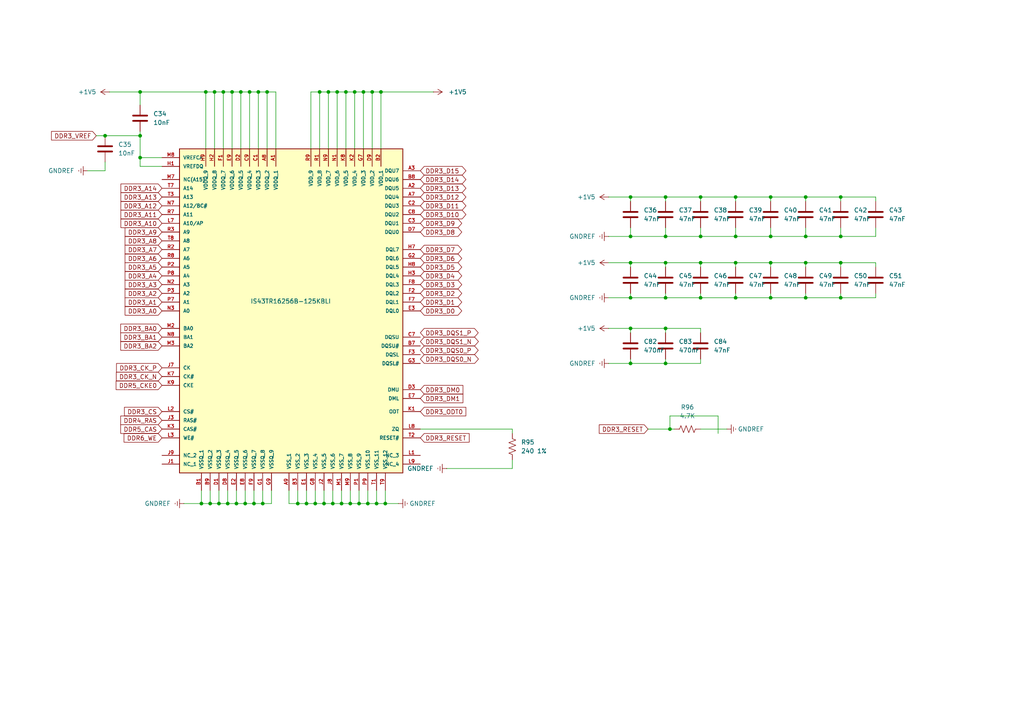
<source format=kicad_sch>
(kicad_sch (version 20231120) (generator "eeschema") (generator_version "8.0")
  (paper "A4")
  (lib_symbols
    (symbol "Device:C" (pin_numbers hide) (pin_names (offset 0.254))
      (property "Reference" "C" (at 0.635 2.54 0))
      (property "Value" "C" (at 0.635 -2.54 0))
      (symbol "C_0_1"
        (polyline (pts (xy -2.032 -0.762) (xy 2.032 -0.762)) (stroke (width 0.508)))
        (polyline (pts (xy -2.032 0.762) (xy 2.032 0.762)) (stroke (width 0.508)))
      )
      (symbol "C_1_1"
        (pin passive line (at 0 3.81 270) (length 2.794) (name "~") (number "1"))
        (pin passive line (at 0 -3.81 90) (length 2.794) (name "~") (number "2"))
      )
    )
    (symbol "Device:R_US" (pin_numbers hide) (pin_names (offset 0))
      (property "Reference" "R" (at 2.54 0 90))
      (property "Value" "R_US" (at -2.54 0 90))
      (symbol "R_US_0_1"
        (polyline (pts (xy 0 -2.286) (xy 0 -2.54)))
        (polyline (pts (xy 0 2.286) (xy 0 2.54)))
        (polyline (pts (xy 0 -0.762) (xy 1.016 -1.143) (xy 0 -1.524) (xy -1.016 -1.905) (xy 0 -2.286)))
        (polyline (pts (xy 0 0.762) (xy 1.016 0.381) (xy 0 0) (xy -1.016 -0.381) (xy 0 -0.762)))
        (polyline (pts (xy 0 2.286) (xy 1.016 1.905) (xy 0 1.524) (xy -1.016 1.143) (xy 0 0.762)))
      )
      (symbol "R_US_1_1"
        (pin passive line (at 0 3.81 270) (length 1.27) (name "~") (number "1"))
        (pin passive line (at 0 -3.81 90) (length 1.27) (name "~") (number "2"))
      )
    )
    (symbol "IS43TR16256B-125KBLI:IS43TR16256B-125KBLI" (pin_names (offset 1.016))
      (property "Reference" "IC1" (at 64.516 17.272 0))
      (property "Value" "IS43TR16256B-125KBLI" (at -2.032 -72.136 0))
      (symbol "IS43TR16256B-125KBLI_0_0"
        (rectangle (start -34.29 -27.94) (end 30.48 -121.92) (stroke (width 0.254)) (fill (type background)))
        (pin bidirectional line (at -6.35 -27.94 270) (length 5.08) (name "VDDQ_1") (number "A1"))
        (pin bidirectional line (at 35.56 -39.37 180) (length 5.08) (name "DQU5") (number "A2"))
        (pin bidirectional line (at 35.56 -34.29 180) (length 5.08) (name "DQU7") (number "A3"))
        (pin bidirectional line (at 35.56 -41.91 180) (length 5.08) (name "DQU4") (number "A7"))
        (pin bidirectional line (at -8.89 -27.94 270) (length 5.08) (name "VDDQ_2") (number "A8"))
        (pin bidirectional line (at -2.54 -127 90) (length 5.08) (name "VSS_1") (number "A9"))
        (pin bidirectional line (at -27.94 -127 90) (length 5.08) (name "VSSQ_1") (number "B1"))
        (pin bidirectional line (at 24.13 -27.94 270) (length 5.08) (name "VDD_1") (number "B2"))
        (pin bidirectional line (at 0 -127 90) (length 5.08) (name "VSS_2") (number "B3"))
        (pin bidirectional line (at 35.56 -85.09 180) (length 5.08) (name "DQSU#") (number "B7"))
        (pin bidirectional line (at 35.56 -36.83 180) (length 5.08) (name "DQU6") (number "B8"))
        (pin bidirectional line (at -25.4 -127 90) (length 5.08) (name "VSSQ_2") (number "B9"))
        (pin bidirectional line (at -11.43 -27.94 270) (length 5.08) (name "VDDQ_3") (number "C1"))
        (pin bidirectional line (at 35.56 -44.45 180) (length 5.08) (name "DQU3") (number "C2"))
        (pin bidirectional line (at 35.56 -49.53 180) (length 5.08) (name "DQU1") (number "C3"))
        (pin bidirectional line (at 35.56 -82.55 180) (length 5.08) (name "DQSU") (number "C7"))
        (pin bidirectional line (at 35.56 -46.99 180) (length 5.08) (name "DQU2") (number "C8"))
        (pin bidirectional line (at -13.97 -27.94 270) (length 5.08) (name "VDDQ_4") (number "C9"))
        (pin bidirectional line (at -22.86 -127 90) (length 5.08) (name "VSSQ_3") (number "D1"))
        (pin bidirectional line (at -16.51 -27.94 270) (length 5.08) (name "VDDQ_5") (number "D2"))
        (pin bidirectional line (at 35.56 -97.79 180) (length 5.08) (name "DMU") (number "D3"))
        (pin bidirectional line (at 35.56 -52.07 180) (length 5.08) (name "DQU0") (number "D7"))
        (pin bidirectional line (at -20.32 -127 90) (length 5.08) (name "VSSQ_4") (number "D8"))
        (pin bidirectional line (at 21.59 -27.94 270) (length 5.08) (name "VDD_2") (number "D9"))
        (pin bidirectional line (at 2.54 -127 90) (length 5.08) (name "VSS_3") (number "E1"))
        (pin bidirectional line (at -17.78 -127 90) (length 5.08) (name "VSSQ_5") (number "E2"))
        (pin bidirectional line (at 35.56 -74.93 180) (length 5.08) (name "DQL0") (number "E3"))
        (pin bidirectional line (at 35.56 -100.33 180) (length 5.08) (name "DML") (number "E7"))
        (pin bidirectional line (at -15.24 -127 90) (length 5.08) (name "VSSQ_6") (number "E8"))
        (pin bidirectional line (at -19.05 -27.94 270) (length 5.08) (name "VDDQ_6") (number "E9"))
        (pin bidirectional line (at -21.59 -27.94 270) (length 5.08) (name "VDDQ_7") (number "F1"))
        (pin bidirectional line (at 35.56 -69.85 180) (length 5.08) (name "DQL2") (number "F2"))
        (pin bidirectional line (at 35.56 -87.63 180) (length 5.08) (name "DQSL") (number "F3"))
        (pin bidirectional line (at 35.56 -72.39 180) (length 5.08) (name "DQL1") (number "F7"))
        (pin bidirectional line (at 35.56 -67.31 180) (length 5.08) (name "DQL3") (number "F8"))
        (pin bidirectional line (at -12.7 -127 90) (length 5.08) (name "VSSQ_7") (number "F9"))
        (pin bidirectional line (at -10.16 -127 90) (length 5.08) (name "VSSQ_8") (number "G1"))
        (pin bidirectional line (at 35.56 -59.69 180) (length 5.08) (name "DQL6") (number "G2"))
        (pin bidirectional line (at 35.56 -90.17 180) (length 5.08) (name "DQSL#") (number "G3"))
        (pin bidirectional line (at 19.05 -27.94 270) (length 5.08) (name "VDD_3") (number "G7"))
        (pin bidirectional line (at 5.08 -127 90) (length 5.08) (name "VSS_4") (number "G8"))
        (pin bidirectional line (at -7.62 -127 90) (length 5.08) (name "VSSQ_9") (number "G9"))
        (pin bidirectional line (at -39.37 -33.02 0) (length 5.08) (name "VREFDQ") (number "H1"))
        (pin bidirectional line (at -24.13 -27.94 270) (length 5.08) (name "VDDQ_8") (number "H2"))
        (pin bidirectional line (at 35.56 -64.77 180) (length 5.08) (name "DQL4") (number "H3"))
        (pin bidirectional line (at 35.56 -57.15 180) (length 5.08) (name "DQL7") (number "H7"))
        (pin bidirectional line (at 35.56 -62.23 180) (length 5.08) (name "DQL5") (number "H8"))
        (pin bidirectional line (at -26.67 -27.94 270) (length 5.08) (name "VDDQ_9") (number "H9"))
        (pin bidirectional line (at -39.37 -119.38 0) (length 5.08) (name "NC_1") (number "J1"))
        (pin bidirectional line (at 7.62 -127 90) (length 5.08) (name "VSS_5") (number "J2"))
        (pin bidirectional line (at -39.37 -106.68 0) (length 5.08) (name "RAS#") (number "J3"))
        (pin bidirectional line (at -39.37 -91.44 0) (length 5.08) (name "CK") (number "J7"))
        (pin bidirectional line (at 10.16 -127 90) (length 5.08) (name "VSS_6") (number "J8"))
        (pin bidirectional line (at -39.37 -116.84 0) (length 5.08) (name "NC_2") (number "J9"))
        (pin bidirectional line (at 35.56 -104.14 180) (length 5.08) (name "ODT") (number "K1"))
        (pin bidirectional line (at 16.51 -27.94 270) (length 5.08) (name "VDD_4") (number "K2"))
        (pin bidirectional line (at -39.37 -109.22 0) (length 5.08) (name "CAS#") (number "K3"))
        (pin bidirectional line (at -39.37 -93.98 0) (length 5.08) (name "CK#") (number "K7"))
        (pin bidirectional line (at 13.97 -27.94 270) (length 5.08) (name "VDD_5") (number "K8"))
        (pin bidirectional line (at -39.37 -96.52 0) (length 5.08) (name "CKE") (number "K9"))
        (pin bidirectional line (at 35.56 -116.84 180) (length 5.08) (name "NC_3") (number "L1"))
        (pin bidirectional line (at -39.37 -104.14 0) (length 5.08) (name "CS#") (number "L2"))
        (pin bidirectional line (at -39.37 -111.76 0) (length 5.08) (name "WE#") (number "L3"))
        (pin bidirectional line (at -39.37 -49.53 0) (length 5.08) (name "A10/AP") (number "L7"))
        (pin bidirectional line (at 35.56 -109.22 180) (length 5.08) (name "ZQ") (number "L8"))
        (pin bidirectional line (at 35.56 -119.38 180) (length 5.08) (name "NC_4") (number "L9"))
        (pin bidirectional line (at 12.7 -127 90) (length 5.08) (name "VSS_7") (number "M1"))
        (pin bidirectional line (at -39.37 -80.01 0) (length 5.08) (name "BA0") (number "M2"))
        (pin bidirectional line (at -39.37 -85.09 0) (length 5.08) (name "BA2") (number "M3"))
        (pin bidirectional line (at -39.37 -36.83 0) (length 5.08) (name "NC(A15)") (number "M7"))
        (pin bidirectional line (at -39.37 -30.48 0) (length 5.08) (name "VREFCA") (number "M8"))
        (pin bidirectional line (at 15.24 -127 90) (length 5.08) (name "VSS_8") (number "M9"))
        (pin bidirectional line (at 11.43 -27.94 270) (length 5.08) (name "VDD_6") (number "N1"))
        (pin bidirectional line (at -39.37 -67.31 0) (length 5.08) (name "A3") (number "N2"))
        (pin bidirectional line (at -39.37 -74.93 0) (length 5.08) (name "A0") (number "N3"))
        (pin bidirectional line (at -39.37 -44.45 0) (length 5.08) (name "A12/BC#") (number "N7"))
        (pin bidirectional line (at -39.37 -82.55 0) (length 5.08) (name "BA1") (number "N8"))
        (pin bidirectional line (at 8.89 -27.94 270) (length 5.08) (name "VDD_7") (number "N9"))
        (pin bidirectional line (at 17.78 -127 90) (length 5.08) (name "VSS_9") (number "P1"))
        (pin bidirectional line (at -39.37 -62.23 0) (length 5.08) (name "A5") (number "P2"))
        (pin bidirectional line (at -39.37 -69.85 0) (length 5.08) (name "A2") (number "P3"))
        (pin bidirectional line (at -39.37 -72.39 0) (length 5.08) (name "A1") (number "P7"))
        (pin bidirectional line (at -39.37 -64.77 0) (length 5.08) (name "A4") (number "P8"))
        (pin bidirectional line (at 20.32 -127 90) (length 5.08) (name "VSS_10") (number "P9"))
        (pin bidirectional line (at 6.35 -27.94 270) (length 5.08) (name "VDD_8") (number "R1"))
        (pin bidirectional line (at -39.37 -57.15 0) (length 5.08) (name "A7") (number "R2"))
        (pin bidirectional line (at -39.37 -52.07 0) (length 5.08) (name "A9") (number "R3"))
        (pin bidirectional line (at -39.37 -46.99 0) (length 5.08) (name "A11") (number "R7"))
        (pin bidirectional line (at -39.37 -59.69 0) (length 5.08) (name "A6") (number "R8"))
        (pin bidirectional line (at 3.81 -27.94 270) (length 5.08) (name "VDD_9") (number "R9"))
        (pin bidirectional line (at 22.86 -127 90) (length 5.08) (name "VSS_11") (number "T1"))
        (pin bidirectional line (at 35.56 -111.76 180) (length 5.08) (name "RESET#") (number "T2"))
        (pin bidirectional line (at -39.37 -41.91 0) (length 5.08) (name "A13") (number "T3"))
        (pin bidirectional line (at -39.37 -39.37 0) (length 5.08) (name "A14") (number "T7"))
        (pin bidirectional line (at -39.37 -54.61 0) (length 5.08) (name "A8") (number "T8"))
        (pin bidirectional line (at 25.4 -127 90) (length 5.08) (name "VSS_12") (number "T9"))
      )
    )
    (symbol "power:+1V5" (power) (pin_numbers hide) (pin_names (offset 0) hide)
      (property "Value" "+1V5" (at 0 3.556 0))
      (symbol "+1V5_0_1"
        (polyline (pts (xy -0.762 1.27) (xy 0 2.54)))
        (polyline (pts (xy 0 0) (xy 0 2.54)))
        (polyline (pts (xy 0 2.54) (xy 0.762 1.27)))
      )
      (symbol "+1V5_1_1"
        (pin power_in line (at 0 0 90) (length 0) (name "~") (number "1"))
      )
    )
    (symbol "power:GNDREF" (power) (pin_numbers hide) (pin_names (offset 0) hide)
      (property "Value" "GNDREF" (at 0 -3.81 0))
      (symbol "GNDREF_0_1"
        (polyline (pts (xy -0.635 -1.905) (xy 0.635 -1.905)))
        (polyline (pts (xy -0.127 -2.54) (xy 0.127 -2.54)))
        (polyline (pts (xy 0 -1.27) (xy 0 0)))
        (polyline (pts (xy 1.27 -1.27) (xy -1.27 -1.27)))
      )
      (symbol "GNDREF_1_1"
        (pin power_in line (at 0 0 270) (length 0) (name "~") (number "1"))
      )
    )
  )
  (junction (at 233.68 57.15))
  (junction (at 102.87 26.67))
  (junction (at 182.88 57.15))
  (junction (at 72.39 26.67))
  (junction (at 193.04 95.25))
  (junction (at 71.12 146.05))
  (junction (at 203.2 76.2))
  (junction (at 223.52 76.2))
  (junction (at 93.98 146.05))
  (junction (at 107.95 26.67))
  (junction (at 97.79 26.67))
  (junction (at 106.68 146.05))
  (junction (at 96.52 146.05))
  (junction (at 86.36 146.05))
  (junction (at 193.04 57.15))
  (junction (at 243.84 86.36))
  (junction (at 223.52 57.15))
  (junction (at 233.68 76.2))
  (junction (at 104.14 146.05))
  (junction (at 77.47 26.67))
  (junction (at 223.52 86.36))
  (junction (at 60.96 146.05))
  (junction (at 91.44 146.05))
  (junction (at 74.93 26.67))
  (junction (at 69.85 26.67))
  (junction (at 223.52 68.58))
  (junction (at 40.64 39.37))
  (junction (at 105.41 26.67))
  (junction (at 203.2 86.36))
  (junction (at 67.31 26.67))
  (junction (at 213.36 86.36))
  (junction (at 182.88 86.36))
  (junction (at 213.36 57.15))
  (junction (at 233.68 68.58))
  (junction (at 62.23 26.67))
  (junction (at 111.76 146.05))
  (junction (at 101.6 146.05))
  (junction (at 40.64 45.72))
  (junction (at 99.06 146.05))
  (junction (at 213.36 76.2))
  (junction (at 63.5 146.05))
  (junction (at 182.88 76.2))
  (junction (at 182.88 105.41))
  (junction (at 213.36 68.58))
  (junction (at 203.2 57.15))
  (junction (at 193.04 86.36))
  (junction (at 193.04 105.41))
  (junction (at 40.64 26.67))
  (junction (at 243.84 76.2))
  (junction (at 95.25 26.67))
  (junction (at 110.49 26.67))
  (junction (at 76.2 146.05))
  (junction (at 100.33 26.67))
  (junction (at 243.84 68.58))
  (junction (at 64.77 26.67))
  (junction (at 109.22 146.05))
  (junction (at 58.42 146.05))
  (junction (at 59.69 26.67))
  (junction (at 73.66 146.05))
  (junction (at 243.84 57.15))
  (junction (at 30.48 39.37))
  (junction (at 182.88 68.58))
  (junction (at 194.31 124.46))
  (junction (at 92.71 26.67))
  (junction (at 203.2 68.58))
  (junction (at 88.9 146.05))
  (junction (at 66.04 146.05))
  (junction (at 233.68 86.36))
  (junction (at 193.04 76.2))
  (junction (at 68.58 146.05))
  (junction (at 182.88 95.25))
  (junction (at 193.04 68.58))
  (wire (pts (xy 243.84 58.42) (xy 243.84 57.15)))
  (wire (pts (xy 213.36 77.47) (xy 213.36 76.2)))
  (wire (pts (xy 203.2 68.58) (xy 213.36 68.58)))
  (wire (pts (xy 66.04 146.05) (xy 68.58 146.05)))
  (wire (pts (xy 77.47 26.67) (xy 77.47 43.18)))
  (wire (pts (xy 59.69 26.67) (xy 40.64 26.67)))
  (wire (pts (xy 176.53 76.2) (xy 182.88 76.2)))
  (wire (pts (xy 25.4 49.53) (xy 30.48 49.53)))
  (wire (pts (xy 105.41 26.67) (xy 107.95 26.67)))
  (wire (pts (xy 92.71 26.67) (xy 95.25 26.67)))
  (wire (pts (xy 30.48 49.53) (xy 30.48 46.99)))
  (wire (pts (xy 69.85 26.67) (xy 69.85 43.18)))
  (wire (pts (xy 40.64 39.37) (xy 40.64 45.72)))
  (wire (pts (xy 193.04 86.36) (xy 203.2 86.36)))
  (wire (pts (xy 243.84 85.09) (xy 243.84 86.36)))
  (wire (pts (xy 129.54 135.89) (xy 148.59 135.89)))
  (wire (pts (xy 194.31 124.46) (xy 195.58 124.46)))
  (wire (pts (xy 193.04 85.09) (xy 193.04 86.36)))
  (wire (pts (xy 92.71 26.67) (xy 92.71 43.18)))
  (wire (pts (xy 80.01 26.67) (xy 80.01 43.18)))
  (wire (pts (xy 106.68 142.24) (xy 106.68 146.05)))
  (wire (pts (xy 193.04 66.04) (xy 193.04 68.58)))
  (wire (pts (xy 91.44 142.24) (xy 91.44 146.05)))
  (wire (pts (xy 66.04 142.24) (xy 66.04 146.05)))
  (wire (pts (xy 193.04 57.15) (xy 203.2 57.15)))
  (wire (pts (xy 203.2 85.09) (xy 203.2 86.36)))
  (wire (pts (xy 69.85 26.67) (xy 72.39 26.67)))
  (wire (pts (xy 243.84 76.2) (xy 233.68 76.2)))
  (wire (pts (xy 121.92 124.46) (xy 148.59 124.46)))
  (wire (pts (xy 243.84 68.58) (xy 233.68 68.58)))
  (wire (pts (xy 208.28 120.65) (xy 194.31 120.65)))
  (wire (pts (xy 102.87 26.67) (xy 105.41 26.67)))
  (wire (pts (xy 182.88 66.04) (xy 182.88 68.58)))
  (wire (pts (xy 208.28 120.65) (xy 208.28 125.73)))
  (wire (pts (xy 182.88 105.41) (xy 176.53 105.41)))
  (wire (pts (xy 193.04 57.15) (xy 182.88 57.15)))
  (wire (pts (xy 86.36 146.05) (xy 88.9 146.05)))
  (wire (pts (xy 63.5 142.24) (xy 63.5 146.05)))
  (wire (pts (xy 99.06 146.05) (xy 101.6 146.05)))
  (wire (pts (xy 104.14 146.05) (xy 106.68 146.05)))
  (wire (pts (xy 193.04 86.36) (xy 182.88 86.36)))
  (wire (pts (xy 203.2 86.36) (xy 213.36 86.36)))
  (wire (pts (xy 176.53 57.15) (xy 182.88 57.15)))
  (wire (pts (xy 63.5 146.05) (xy 60.96 146.05)))
  (wire (pts (xy 254 76.2) (xy 243.84 76.2)))
  (wire (pts (xy 74.93 26.67) (xy 72.39 26.67)))
  (wire (pts (xy 233.68 66.04) (xy 233.68 68.58)))
  (wire (pts (xy 67.31 26.67) (xy 67.31 43.18)))
  (wire (pts (xy 71.12 146.05) (xy 73.66 146.05)))
  (wire (pts (xy 182.88 96.52) (xy 182.88 95.25)))
  (wire (pts (xy 96.52 142.24) (xy 96.52 146.05)))
  (wire (pts (xy 193.04 58.42) (xy 193.04 57.15)))
  (wire (pts (xy 96.52 146.05) (xy 99.06 146.05)))
  (wire (pts (xy 100.33 26.67) (xy 102.87 26.67)))
  (wire (pts (xy 203.2 124.46) (xy 210.82 124.46)))
  (wire (pts (xy 233.68 58.42) (xy 233.68 57.15)))
  (wire (pts (xy 176.53 68.58) (xy 182.88 68.58)))
  (wire (pts (xy 243.84 77.47) (xy 243.84 76.2)))
  (wire (pts (xy 203.2 104.14) (xy 203.2 105.41)))
  (wire (pts (xy 193.04 95.25) (xy 203.2 95.25)))
  (wire (pts (xy 109.22 142.24) (xy 109.22 146.05)))
  (wire (pts (xy 193.04 95.25) (xy 182.88 95.25)))
  (wire (pts (xy 110.49 26.67) (xy 110.49 43.18)))
  (wire (pts (xy 40.64 48.26) (xy 40.64 45.72)))
  (wire (pts (xy 77.47 26.67) (xy 74.93 26.67)))
  (wire (pts (xy 176.53 86.36) (xy 182.88 86.36)))
  (wire (pts (xy 102.87 26.67) (xy 102.87 43.18)))
  (wire (pts (xy 83.82 146.05) (xy 86.36 146.05)))
  (wire (pts (xy 254 66.04) (xy 254 68.58)))
  (wire (pts (xy 233.68 77.47) (xy 233.68 76.2)))
  (wire (pts (xy 182.88 76.2) (xy 193.04 76.2)))
  (wire (pts (xy 78.74 146.05) (xy 76.2 146.05)))
  (wire (pts (xy 194.31 120.65) (xy 194.31 124.46)))
  (wire (pts (xy 213.36 66.04) (xy 213.36 68.58)))
  (wire (pts (xy 182.88 85.09) (xy 182.88 86.36)))
  (wire (pts (xy 203.2 57.15) (xy 213.36 57.15)))
  (wire (pts (xy 233.68 57.15) (xy 243.84 57.15)))
  (wire (pts (xy 100.33 26.67) (xy 100.33 43.18)))
  (wire (pts (xy 203.2 77.47) (xy 203.2 76.2)))
  (wire (pts (xy 213.36 57.15) (xy 223.52 57.15)))
  (wire (pts (xy 213.36 68.58) (xy 223.52 68.58)))
  (wire (pts (xy 67.31 26.67) (xy 69.85 26.67)))
  (wire (pts (xy 53.34 146.05) (xy 58.42 146.05)))
  (wire (pts (xy 78.74 142.24) (xy 78.74 146.05)))
  (wire (pts (xy 74.93 26.67) (xy 74.93 43.18)))
  (wire (pts (xy 83.82 142.24) (xy 83.82 146.05)))
  (wire (pts (xy 72.39 26.67) (xy 72.39 43.18)))
  (wire (pts (xy 60.96 142.24) (xy 60.96 146.05)))
  (wire (pts (xy 109.22 146.05) (xy 111.76 146.05)))
  (wire (pts (xy 148.59 125.73) (xy 148.59 124.46)))
  (wire (pts (xy 233.68 57.15) (xy 223.52 57.15)))
  (wire (pts (xy 193.04 68.58) (xy 203.2 68.58)))
  (wire (pts (xy 254 86.36) (xy 243.84 86.36)))
  (wire (pts (xy 105.41 26.67) (xy 105.41 43.18)))
  (wire (pts (xy 106.68 146.05) (xy 109.22 146.05)))
  (wire (pts (xy 63.5 146.05) (xy 66.04 146.05)))
  (wire (pts (xy 111.76 146.05) (xy 115.57 146.05)))
  (wire (pts (xy 27.94 39.37) (xy 30.48 39.37)))
  (wire (pts (xy 254 58.42) (xy 254 57.15)))
  (wire (pts (xy 182.88 95.25) (xy 176.53 95.25)))
  (wire (pts (xy 193.04 96.52) (xy 193.04 95.25)))
  (wire (pts (xy 233.68 76.2) (xy 223.52 76.2)))
  (wire (pts (xy 40.64 26.67) (xy 40.64 30.48)))
  (wire (pts (xy 40.64 45.72) (xy 46.99 45.72)))
  (wire (pts (xy 223.52 58.42) (xy 223.52 57.15)))
  (wire (pts (xy 90.17 26.67) (xy 92.71 26.67)))
  (wire (pts (xy 86.36 142.24) (xy 86.36 146.05)))
  (wire (pts (xy 58.42 146.05) (xy 58.42 142.24)))
  (wire (pts (xy 95.25 26.67) (xy 97.79 26.67)))
  (wire (pts (xy 93.98 142.24) (xy 93.98 146.05)))
  (wire (pts (xy 223.52 66.04) (xy 223.52 68.58)))
  (wire (pts (xy 93.98 146.05) (xy 96.52 146.05)))
  (wire (pts (xy 76.2 146.05) (xy 73.66 146.05)))
  (wire (pts (xy 101.6 142.24) (xy 101.6 146.05)))
  (wire (pts (xy 90.17 26.67) (xy 90.17 43.18)))
  (wire (pts (xy 71.12 142.24) (xy 71.12 146.05)))
  (wire (pts (xy 62.23 26.67) (xy 59.69 26.67)))
  (wire (pts (xy 68.58 146.05) (xy 71.12 146.05)))
  (wire (pts (xy 223.52 76.2) (xy 213.36 76.2)))
  (wire (pts (xy 107.95 26.67) (xy 107.95 43.18)))
  (wire (pts (xy 68.58 142.24) (xy 68.58 146.05)))
  (wire (pts (xy 203.2 58.42) (xy 203.2 57.15)))
  (wire (pts (xy 213.36 86.36) (xy 223.52 86.36)))
  (wire (pts (xy 97.79 26.67) (xy 97.79 43.18)))
  (wire (pts (xy 203.2 76.2) (xy 213.36 76.2)))
  (wire (pts (xy 107.95 26.67) (xy 110.49 26.67)))
  (wire (pts (xy 223.52 86.36) (xy 233.68 86.36)))
  (wire (pts (xy 254 85.09) (xy 254 86.36)))
  (wire (pts (xy 213.36 85.09) (xy 213.36 86.36)))
  (wire (pts (xy 104.14 142.24) (xy 104.14 146.05)))
  (wire (pts (xy 233.68 68.58) (xy 223.52 68.58)))
  (wire (pts (xy 203.2 96.52) (xy 203.2 95.25)))
  (wire (pts (xy 99.06 142.24) (xy 99.06 146.05)))
  (wire (pts (xy 254 68.58) (xy 243.84 68.58)))
  (wire (pts (xy 91.44 146.05) (xy 93.98 146.05)))
  (wire (pts (xy 111.76 142.24) (xy 111.76 146.05)))
  (wire (pts (xy 30.48 39.37) (xy 40.64 39.37)))
  (wire (pts (xy 64.77 26.67) (xy 62.23 26.67)))
  (wire (pts (xy 97.79 26.67) (xy 100.33 26.67)))
  (wire (pts (xy 60.96 146.05) (xy 58.42 146.05)))
  (wire (pts (xy 59.69 26.67) (xy 59.69 43.18)))
  (wire (pts (xy 64.77 26.67) (xy 64.77 43.18)))
  (wire (pts (xy 40.64 38.1) (xy 40.64 39.37)))
  (wire (pts (xy 233.68 85.09) (xy 233.68 86.36)))
  (wire (pts (xy 193.04 77.47) (xy 193.04 76.2)))
  (wire (pts (xy 203.2 66.04) (xy 203.2 68.58)))
  (wire (pts (xy 187.96 124.46) (xy 194.31 124.46)))
  (wire (pts (xy 101.6 146.05) (xy 104.14 146.05)))
  (wire (pts (xy 243.84 86.36) (xy 233.68 86.36)))
  (wire (pts (xy 223.52 85.09) (xy 223.52 86.36)))
  (wire (pts (xy 182.88 57.15) (xy 182.88 58.42)))
  (wire (pts (xy 203.2 105.41) (xy 193.04 105.41)))
  (wire (pts (xy 243.84 57.15) (xy 254 57.15)))
  (wire (pts (xy 254 77.47) (xy 254 76.2)))
  (wire (pts (xy 223.52 77.47) (xy 223.52 76.2)))
  (wire (pts (xy 193.04 104.14) (xy 193.04 105.41)))
  (wire (pts (xy 62.23 26.67) (xy 62.23 43.18)))
  (wire (pts (xy 46.99 48.26) (xy 40.64 48.26)))
  (wire (pts (xy 95.25 26.67) (xy 95.25 43.18)))
  (wire (pts (xy 193.04 76.2) (xy 203.2 76.2)))
  (wire (pts (xy 110.49 26.67) (xy 125.73 26.67)))
  (wire (pts (xy 243.84 66.04) (xy 243.84 68.58)))
  (wire (pts (xy 73.66 142.24) (xy 73.66 146.05)))
  (wire (pts (xy 193.04 68.58) (xy 182.88 68.58)))
  (wire (pts (xy 80.01 26.67) (xy 77.47 26.67)))
  (wire (pts (xy 88.9 142.24) (xy 88.9 146.05)))
  (wire (pts (xy 182.88 104.14) (xy 182.88 105.41)))
  (wire (pts (xy 182.88 105.41) (xy 193.04 105.41)))
  (wire (pts (xy 76.2 142.24) (xy 76.2 146.05)))
  (wire (pts (xy 67.31 26.67) (xy 64.77 26.67)))
  (wire (pts (xy 182.88 77.47) (xy 182.88 76.2)))
  (wire (pts (xy 88.9 146.05) (xy 91.44 146.05)))
  (wire (pts (xy 213.36 58.42) (xy 213.36 57.15)))
  (wire (pts (xy 148.59 135.89) (xy 148.59 133.35)))
  (wire (pts (xy 40.64 26.67) (xy 31.75 26.67)))
  (global_label "DDR3_D12" (shape bidirectional) (at 121.92 57.15 0) (property "Intersheetrefs" "${INTERSHEET_REFS}" (effects (hide yes))))
  (global_label "DDR3_BA2" (shape input) (at 46.99 100.33 180) (property "Intersheetrefs" "${INTERSHEET_REFS}" (effects (hide yes))))
  (global_label "DDR3_A4" (shape input) (at 46.99 80.01 180) (property "Intersheetrefs" "${INTERSHEET_REFS}" (effects (hide yes))))
  (global_label "DDR3_D10" (shape bidirectional) (at 121.92 62.23 0) (property "Intersheetrefs" "${INTERSHEET_REFS}" (effects (hide yes))))
  (global_label "DDR3_BA1" (shape input) (at 46.99 97.79 180) (property "Intersheetrefs" "${INTERSHEET_REFS}" (effects (hide yes))))
  (global_label "DDR3_CS" (shape input) (at 46.99 119.38 180) (property "Intersheetrefs" "${INTERSHEET_REFS}" (effects (hide yes))))
  (global_label "DDR3_D1" (shape bidirectional) (at 121.92 87.63 0) (property "Intersheetrefs" "${INTERSHEET_REFS}" (effects (hide yes))))
  (global_label "DDR3_RESET" (shape input) (at 121.92 127 0) (property "Intersheetrefs" "${INTERSHEET_REFS}" (effects (hide yes))))
  (global_label "DDR3_A2" (shape input) (at 46.99 85.09 180) (property "Intersheetrefs" "${INTERSHEET_REFS}" (effects (hide yes))))
  (global_label "DDR3_DM0" (shape input) (at 121.92 113.03 0) (property "Intersheetrefs" "${INTERSHEET_REFS}" (effects (hide yes))))
  (global_label "DDR3_D2" (shape bidirectional) (at 121.92 85.09 0) (property "Intersheetrefs" "${INTERSHEET_REFS}" (effects (hide yes))))
  (global_label "DDR6_WE" (shape input) (at 46.99 127 180) (property "Intersheetrefs" "${INTERSHEET_REFS}" (effects (hide yes))))
  (global_label "DDR3_A6" (shape input) (at 46.99 74.93 180) (property "Intersheetrefs" "${INTERSHEET_REFS}" (effects (hide yes))))
  (global_label "DDR3_DQS1_P" (shape bidirectional) (at 121.92 96.52 0) (property "Intersheetrefs" "${INTERSHEET_REFS}" (effects (hide yes))))
  (global_label "DDR3_A13" (shape input) (at 46.99 57.15 180) (property "Intersheetrefs" "${INTERSHEET_REFS}" (effects (hide yes))))
  (global_label "DDR3_A8" (shape input) (at 46.99 69.85 180) (property "Intersheetrefs" "${INTERSHEET_REFS}" (effects (hide yes))))
  (global_label "DDR3_A11" (shape input) (at 46.99 62.23 180) (property "Intersheetrefs" "${INTERSHEET_REFS}" (effects (hide yes))))
  (global_label "DDR3_A5" (shape input) (at 46.99 77.47 180) (property "Intersheetrefs" "${INTERSHEET_REFS}" (effects (hide yes))))
  (global_label "DDR3_A7" (shape input) (at 46.99 72.39 180) (property "Intersheetrefs" "${INTERSHEET_REFS}" (effects (hide yes))))
  (global_label "DDR3_A14" (shape input) (at 46.99 54.61 180) (property "Intersheetrefs" "${INTERSHEET_REFS}" (effects (hide yes))))
  (global_label "DDR3_DQS0_N" (shape bidirectional) (at 121.92 104.14 0) (property "Intersheetrefs" "${INTERSHEET_REFS}" (effects (hide yes))))
  (global_label "DDR3_D9" (shape bidirectional) (at 121.92 64.77 0) (property "Intersheetrefs" "${INTERSHEET_REFS}" (effects (hide yes))))
  (global_label "DDR3_D14" (shape bidirectional) (at 121.92 52.07 0) (property "Intersheetrefs" "${INTERSHEET_REFS}" (effects (hide yes))))
  (global_label "DDR3_D0" (shape bidirectional) (at 121.92 90.17 0) (property "Intersheetrefs" "${INTERSHEET_REFS}" (effects (hide yes))))
  (global_label "DDR3_D13" (shape bidirectional) (at 121.92 54.61 0) (property "Intersheetrefs" "${INTERSHEET_REFS}" (effects (hide yes))))
  (global_label "DDR3_DQS0_P" (shape bidirectional) (at 121.92 101.6 0) (property "Intersheetrefs" "${INTERSHEET_REFS}" (effects (hide yes))))
  (global_label "DDR3_DQS1_N" (shape bidirectional) (at 121.92 99.06 0) (property "Intersheetrefs" "${INTERSHEET_REFS}" (effects (hide yes))))
  (global_label "DDR3_A12" (shape input) (at 46.99 59.69 180) (property "Intersheetrefs" "${INTERSHEET_REFS}" (effects (hide yes))))
  (global_label "DDR3_D6" (shape bidirectional) (at 121.92 74.93 0) (property "Intersheetrefs" "${INTERSHEET_REFS}" (effects (hide yes))))
  (global_label "DDR3_A3" (shape input) (at 46.99 82.55 180) (property "Intersheetrefs" "${INTERSHEET_REFS}" (effects (hide yes))))
  (global_label "DDR3_D4" (shape bidirectional) (at 121.92 80.01 0) (property "Intersheetrefs" "${INTERSHEET_REFS}" (effects (hide yes))))
  (global_label "DDR3_D3" (shape bidirectional) (at 121.92 82.55 0) (property "Intersheetrefs" "${INTERSHEET_REFS}" (effects (hide yes))))
  (global_label "DDR3_D5" (shape bidirectional) (at 121.92 77.47 0) (property "Intersheetrefs" "${INTERSHEET_REFS}" (effects (hide yes))))
  (global_label "DDR5_CKE0" (shape input) (at 46.99 111.76 180) (property "Intersheetrefs" "${INTERSHEET_REFS}" (effects (hide yes))))
  (global_label "DDR3_CK_N" (shape input) (at 46.99 109.22 180) (property "Intersheetrefs" "${INTERSHEET_REFS}" (effects (hide yes))))
  (global_label "DDR3_DM1" (shape input) (at 121.92 115.57 0) (property "Intersheetrefs" "${INTERSHEET_REFS}" (effects (hide yes))))
  (global_label "DDR4_RAS" (shape input) (at 46.99 121.92 180) (property "Intersheetrefs" "${INTERSHEET_REFS}" (effects (hide yes))))
  (global_label "DDR3_CK_P" (shape input) (at 46.99 106.68 180) (property "Intersheetrefs" "${INTERSHEET_REFS}" (effects (hide yes))))
  (global_label "DDR3_A0" (shape input) (at 46.99 90.17 180) (property "Intersheetrefs" "${INTERSHEET_REFS}" (effects (hide yes))))
  (global_label "DDR3_A1" (shape input) (at 46.99 87.63 180) (property "Intersheetrefs" "${INTERSHEET_REFS}" (effects (hide yes))))
  (global_label "DDR3_A10" (shape input) (at 46.99 64.77 180) (property "Intersheetrefs" "${INTERSHEET_REFS}" (effects (hide yes))))
  (global_label "DDR3_A9" (shape input) (at 46.99 67.31 180) (property "Intersheetrefs" "${INTERSHEET_REFS}" (effects (hide yes))))
  (global_label "DDR3_D7" (shape bidirectional) (at 121.92 72.39 0) (property "Intersheetrefs" "${INTERSHEET_REFS}" (effects (hide yes))))
  (global_label "DDR3_D15" (shape bidirectional) (at 121.92 49.53 0) (property "Intersheetrefs" "${INTERSHEET_REFS}" (effects (hide yes))))
  (global_label "DDR5_CAS" (shape input) (at 46.99 124.46 180) (property "Intersheetrefs" "${INTERSHEET_REFS}" (effects (hide yes))))
  (global_label "DDR3_D11" (shape bidirectional) (at 121.92 59.69 0) (property "Intersheetrefs" "${INTERSHEET_REFS}" (effects (hide yes))))
  (global_label "DDR3_BA0" (shape input) (at 46.99 95.25 180) (property "Intersheetrefs" "${INTERSHEET_REFS}" (effects (hide yes))))
  (global_label "DDR3_RESET" (shape input) (at 187.96 124.46 180) (property "Intersheetrefs" "${INTERSHEET_REFS}" (effects (hide yes))))
  (global_label "DDR3_D8" (shape bidirectional) (at 121.92 67.31 0) (property "Intersheetrefs" "${INTERSHEET_REFS}" (effects (hide yes))))
  (global_label "DDR3_VREF" (shape input) (at 27.94 39.37 180) (property "Intersheetrefs" "${INTERSHEET_REFS}" (effects (hide yes))))
  (global_label "DDR3_ODT0" (shape input) (at 121.92 119.38 0) (property "Intersheetrefs" "${INTERSHEET_REFS}" (effects (hide yes))))
  (symbol (lib_id "power:+1V5") (at 176.53 95.25 90) (unit 1)
    (property "Reference" "#PWR049" (effects (hide yes)))
    (property "Value" "+1V5" (at 172.72 95.2499 90) (effects (justify left)))
    (property "Description" "Power symbol creates a global label with name \"+1V5\"" (effects (hide yes)))
  )
  (symbol (lib_id "Device:C") (at 203.2 62.23 0) (unit 1)
    (property "Reference" "C38" (at 207.01 60.9599 0) (effects (justify left)))
    (property "Value" "47nF" (at 207.01 63.4999 0) (effects (justify left)))
    (property "Footprint" "footprints:C_0402" (effects (hide yes)))
    (property "Description" "Unpolarized capacitor" (effects (hide yes)))
  )
  (symbol (lib_id "Device:C") (at 233.68 81.28 0) (unit 1)
    (property "Reference" "C49" (at 237.49 80.0099 0) (effects (justify left)))
    (property "Value" "47nF" (at 237.49 82.5499 0) (effects (justify left)))
    (property "Footprint" "footprints:C_0402" (effects (hide yes)))
    (property "Description" "Unpolarized capacitor" (effects (hide yes)))
  )
  (symbol (lib_id "power:GNDREF") (at 176.53 105.41 270) (unit 1)
    (property "Reference" "#PWR052" (effects (hide yes)))
    (property "Value" "GNDREF" (at 172.72 105.4099 90) (effects (justify right)))
    (property "Description" "Power symbol creates a global label with name \"GNDREF\" , reference supply ground" (effects (hide yes)))
  )
  (symbol (lib_id "Device:C") (at 40.64 34.29 0) (unit 1)
    (property "Reference" "C34" (at 44.45 33.0199 0) (effects (justify left)))
    (property "Value" "10nF" (at 44.45 35.5599 0) (effects (justify left)))
    (property "Footprint" "footprints:C_0402" (effects (hide yes)))
    (property "Description" "Unpolarized capacitor" (effects (hide yes)))
  )
  (symbol (lib_id "Device:C") (at 182.88 62.23 0) (unit 1)
    (property "Reference" "C36" (at 186.69 60.9599 0) (effects (justify left)))
    (property "Value" "47nF" (at 186.69 63.4999 0) (effects (justify left)))
    (property "Footprint" "footprints:C_0402" (effects (hide yes)))
    (property "Description" "Unpolarized capacitor" (effects (hide yes)))
  )
  (symbol (lib_id "Device:C") (at 243.84 81.28 0) (unit 1)
    (property "Reference" "C50" (at 247.65 80.0099 0) (effects (justify left)))
    (property "Value" "47nF" (at 247.65 82.5499 0) (effects (justify left)))
    (property "Footprint" "footprints:C_0402" (effects (hide yes)))
    (property "Description" "Unpolarized capacitor" (effects (hide yes)))
  )
  (symbol (lib_id "power:GNDREF") (at 176.53 86.36 270) (unit 1)
    (property "Reference" "#PWR051" (effects (hide yes)))
    (property "Value" "GNDREF" (at 172.72 86.3599 90) (effects (justify right)))
    (property "Description" "Power symbol creates a global label with name \"GNDREF\" , reference supply ground" (effects (hide yes)))
  )
  (symbol (lib_id "Device:C") (at 182.88 100.33 0) (unit 1)
    (property "Reference" "C82" (at 186.69 99.0599 0) (effects (justify left)))
    (property "Value" "470nF" (at 186.69 101.5999 0) (effects (justify left)))
    (property "Footprint" "footprints:C_0402" (effects (hide yes)))
    (property "Description" "Unpolarized capacitor" (effects (hide yes)))
  )
  (symbol (lib_id "Device:C") (at 254 81.28 0) (unit 1)
    (property "Reference" "C51" (at 257.81 80.0099 0) (effects (justify left)))
    (property "Value" "47nF" (at 257.81 82.5499 0) (effects (justify left)))
    (property "Footprint" "footprints:C_0402" (effects (hide yes)))
    (property "Description" "Unpolarized capacitor" (effects (hide yes)))
  )
  (symbol (lib_id "power:+1V5") (at 176.53 57.15 90) (unit 1)
    (property "Reference" "#PWR047" (effects (hide yes)))
    (property "Value" "+1V5" (at 172.72 57.1499 90) (effects (justify left)))
    (property "Description" "Power symbol creates a global label with name \"+1V5\"" (effects (hide yes)))
  )
  (symbol (lib_id "Device:C") (at 213.36 81.28 0) (unit 1)
    (property "Reference" "C47" (at 217.17 80.0099 0) (effects (justify left)))
    (property "Value" "47nF" (at 217.17 82.5499 0) (effects (justify left)))
    (property "Footprint" "footprints:C_0402" (effects (hide yes)))
    (property "Description" "Unpolarized capacitor" (effects (hide yes)))
  )
  (symbol (lib_id "Device:C") (at 213.36 62.23 0) (unit 1)
    (property "Reference" "C39" (at 217.17 60.9599 0) (effects (justify left)))
    (property "Value" "47nF" (at 217.17 63.4999 0) (effects (justify left)))
    (property "Footprint" "footprints:C_0402" (effects (hide yes)))
    (property "Description" "Unpolarized capacitor" (effects (hide yes)))
  )
  (symbol (lib_id "Device:C") (at 193.04 62.23 0) (unit 1)
    (property "Reference" "C37" (at 196.85 60.9599 0) (effects (justify left)))
    (property "Value" "47nF" (at 196.85 63.4999 0) (effects (justify left)))
    (property "Footprint" "footprints:C_0402" (effects (hide yes)))
    (property "Description" "Unpolarized capacitor" (effects (hide yes)))
  )
  (symbol (lib_id "Device:C") (at 182.88 81.28 0) (unit 1)
    (property "Reference" "C44" (at 186.69 80.0099 0) (effects (justify left)))
    (property "Value" "47nF" (at 186.69 82.5499 0) (effects (justify left)))
    (property "Footprint" "footprints:C_0402" (effects (hide yes)))
    (property "Description" "Unpolarized capacitor" (effects (hide yes)))
  )
  (symbol (lib_id "Device:C") (at 30.48 43.18 0) (unit 1)
    (property "Reference" "C35" (at 34.29 41.9099 0) (effects (justify left)))
    (property "Value" "10nF" (at 34.29 44.4499 0) (effects (justify left)))
    (property "Footprint" "footprints:C_0402" (effects (hide yes)))
    (property "Description" "Unpolarized capacitor" (effects (hide yes)))
  )
  (symbol (lib_id "Device:R_US") (at 148.59 129.54 0) (unit 1)
    (property "Reference" "R95" (at 151.13 128.2699 0) (effects (justify left)))
    (property "Value" "240 1%" (at 151.13 130.8099 0) (effects (justify left)))
    (property "Footprint" "footprints:R_0402" (effects (hide yes)))
    (property "Description" "Resistor, US symbol" (effects (hide yes)))
  )
  (symbol (lib_id "Device:C") (at 223.52 81.28 0) (unit 1)
    (property "Reference" "C48" (at 227.33 80.0099 0) (effects (justify left)))
    (property "Value" "47nF" (at 227.33 82.5499 0) (effects (justify left)))
    (property "Footprint" "footprints:C_0402" (effects (hide yes)))
    (property "Description" "Unpolarized capacitor" (effects (hide yes)))
  )
  (symbol (lib_id "power:GNDREF") (at 53.34 146.05 270) (unit 1)
    (property "Reference" "#PWR043" (effects (hide yes)))
    (property "Value" "GNDREF" (at 49.53 146.0499 90) (effects (justify right)))
    (property "Description" "Power symbol creates a global label with name \"GNDREF\" , reference supply ground" (effects (hide yes)))
  )
  (symbol (lib_id "power:GNDREF") (at 210.82 124.46 90) (unit 1)
    (property "Reference" "#PWR053" (effects (hide yes)))
    (property "Value" "GNDREF" (at 214.0048 124.4599 90) (effects (justify right)))
    (property "Description" "Power symbol creates a global label with name \"GNDREF\" , reference supply ground" (effects (hide yes)))
  )
  (symbol (lib_id "Device:C") (at 193.04 81.28 0) (unit 1)
    (property "Reference" "C45" (at 196.85 80.0099 0) (effects (justify left)))
    (property "Value" "47nF" (at 196.85 82.5499 0) (effects (justify left)))
    (property "Footprint" "footprints:C_0402" (effects (hide yes)))
    (property "Description" "Unpolarized capacitor" (effects (hide yes)))
  )
  (symbol (lib_id "Device:C") (at 254 62.23 0) (unit 1)
    (property "Reference" "C43" (at 257.81 60.9599 0) (effects (justify left)))
    (property "Value" "47nF" (at 257.81 63.4999 0) (effects (justify left)))
    (property "Footprint" "footprints:C_0402" (effects (hide yes)))
    (property "Description" "Unpolarized capacitor" (effects (hide yes)))
  )
  (symbol (lib_id "IS43TR16256B-125KBLI:IS43TR16256B-125KBLI") (at 86.36 15.24 0) (unit 1)
    (property "Reference" "IC1" (at 150.876 -2.032 0))
    (property "Value" "IS43TR16256B-125KBLI" (at 84.328 87.376 0))
    (property "Footprint" "footprints:BGA96C80P9X16_900X1300X120" (effects (hide yes)))
    (property "Manufacturer_Name" "Integrated Silicon Solution Inc." (effects (hide yes)))
    (property "MF" "ISSI, Integrated Silicon Solution Inc" (effects (hide yes)))
    (property "Description_1" "\n                        \n                            SDRAM - DDR3 Memory IC 4Gb (256M x 16) Parallel 800 MHz 20 ns 96-TWBGA (9x13)\n                        \n" (effects (hide yes)))
    (property "Mouser_Part_Number" "870-43T16256B125KBLI" (effects (hide yes)))
    (property "Price" "None" (effects (hide yes)))
    (property "Check_prices" "https://www.snapeda.com/parts/IS43TR16256B-125KBLI/ISSI/view-part/?ref=eda" (effects (hide yes)))
    (property "Height" "1.2mm" (effects (hide yes)))
    (property "SnapEDA_Link" "https://www.snapeda.com/parts/IS43TR16256B-125KBLI/ISSI/view-part/?ref=snap" (effects (hide yes)))
    (property "MP" "IS43TR16256B-125KBLI" (effects (hide yes)))
    (property "Package" "TFBGA-96 ISSI" (effects (hide yes)))
    (property "Mouser_Price-Stock" "https://www.mouser.com/Search/Refine.aspx?Keyword=870-43T16256B125KBLI" (effects (hide yes)))
    (property "Availability" "In Stock" (effects (hide yes)))
    (property "Manufacturer_Part_Number" "IS43TR16256B-125KBLI" (effects (hide yes)))
  )
  (symbol (lib_id "Device:R_US") (at 199.39 124.46 90) (unit 1)
    (property "Reference" "R96" (at 199.39 118.11 90))
    (property "Value" "4.7K" (at 199.39 120.65 90))
    (property "Footprint" "footprints:R_0402" (effects (hide yes)))
    (property "Description" "Resistor, US symbol" (effects (hide yes)))
  )
  (symbol (lib_id "Device:C") (at 193.04 100.33 0) (unit 1)
    (property "Reference" "C83" (at 196.85 99.0599 0) (effects (justify left)))
    (property "Value" "470nF" (at 196.85 101.5999 0) (effects (justify left)))
    (property "Footprint" "footprints:C_0402" (effects (hide yes)))
    (property "Description" "Unpolarized capacitor" (effects (hide yes)))
  )
  (symbol (lib_id "Device:C") (at 223.52 62.23 0) (unit 1)
    (property "Reference" "C40" (at 227.33 60.9599 0) (effects (justify left)))
    (property "Value" "47nF" (at 227.33 63.4999 0) (effects (justify left)))
    (property "Footprint" "footprints:C_0402" (effects (hide yes)))
    (property "Description" "Unpolarized capacitor" (effects (hide yes)))
  )
  (symbol (lib_id "power:+1V5") (at 31.75 26.67 90) (unit 1)
    (property "Reference" "#PWR045" (effects (hide yes)))
    (property "Value" "+1V5" (at 27.94 26.6699 90) (effects (justify left)))
    (property "Description" "Power symbol creates a global label with name \"+1V5\"" (effects (hide yes)))
  )
  (symbol (lib_id "power:+1V5") (at 125.73 26.67 270) (unit 1)
    (property "Reference" "#PWR0117" (effects (hide yes)))
    (property "Value" "+1V5" (at 130.0638 26.6699 90) (effects (justify left)))
    (property "Description" "Power symbol creates a global label with name \"+1V5\"" (effects (hide yes)))
  )
  (symbol (lib_id "Device:C") (at 243.84 62.23 0) (unit 1)
    (property "Reference" "C42" (at 247.65 60.9599 0) (effects (justify left)))
    (property "Value" "47nF" (at 247.65 63.4999 0) (effects (justify left)))
    (property "Footprint" "footprints:C_0402" (effects (hide yes)))
    (property "Description" "Unpolarized capacitor" (effects (hide yes)))
  )
  (symbol (lib_id "Device:C") (at 233.68 62.23 0) (unit 1)
    (property "Reference" "C41" (at 237.49 60.9599 0) (effects (justify left)))
    (property "Value" "47nF" (at 237.49 63.4999 0) (effects (justify left)))
    (property "Footprint" "footprints:C_0402" (effects (hide yes)))
    (property "Description" "Unpolarized capacitor" (effects (hide yes)))
  )
  (symbol (lib_id "power:GNDREF") (at 176.53 68.58 270) (unit 1)
    (property "Reference" "#PWR050" (effects (hide yes)))
    (property "Value" "GNDREF" (at 172.72 68.5799 90) (effects (justify right)))
    (property "Description" "Power symbol creates a global label with name \"GNDREF\" , reference supply ground" (effects (hide yes)))
  )
  (symbol (lib_id "power:GNDREF") (at 129.54 135.89 270) (unit 1)
    (property "Reference" "#PWR044" (effects (hide yes)))
    (property "Value" "GNDREF" (at 125.73 135.8899 90) (effects (justify right)))
    (property "Description" "Power symbol creates a global label with name \"GNDREF\" , reference supply ground" (effects (hide yes)))
  )
  (symbol (lib_id "Device:C") (at 203.2 100.33 0) (unit 1)
    (property "Reference" "C84" (at 207.01 99.0599 0) (effects (justify left)))
    (property "Value" "47nF" (at 207.01 101.5999 0) (effects (justify left)))
    (property "Footprint" "footprints:C_0402" (effects (hide yes)))
    (property "Description" "Unpolarized capacitor" (effects (hide yes)))
  )
  (symbol (lib_id "power:GNDREF") (at 115.57 146.05 90) (unit 1)
    (property "Reference" "#PWR0116" (effects (hide yes)))
    (property "Value" "GNDREF" (at 118.7548 146.0499 90) (effects (justify right)))
    (property "Description" "Power symbol creates a global label with name \"GNDREF\" , reference supply ground" (effects (hide yes)))
  )
  (symbol (lib_id "power:GNDREF") (at 25.4 49.53 270) (unit 1)
    (property "Reference" "#PWR046" (effects (hide yes)))
    (property "Value" "GNDREF" (at 21.59 49.5299 90) (effects (justify right)))
    (property "Description" "Power symbol creates a global label with name \"GNDREF\" , reference supply ground" (effects (hide yes)))
  )
  (symbol (lib_id "power:+1V5") (at 176.53 76.2 90) (unit 1)
    (property "Reference" "#PWR048" (effects (hide yes)))
    (property "Value" "+1V5" (at 172.72 76.1999 90) (effects (justify left)))
    (property "Description" "Power symbol creates a global label with name \"+1V5\"" (effects (hide yes)))
  )
  (symbol (lib_id "Device:C") (at 203.2 81.28 0) (unit 1)
    (property "Reference" "C46" (at 207.01 80.0099 0) (effects (justify left)))
    (property "Value" "47nF" (at 207.01 82.5499 0) (effects (justify left)))
    (property "Footprint" "footprints:C_0402" (effects (hide yes)))
    (property "Description" "Unpolarized capacitor" (effects (hide yes)))
  )
)
</source>
